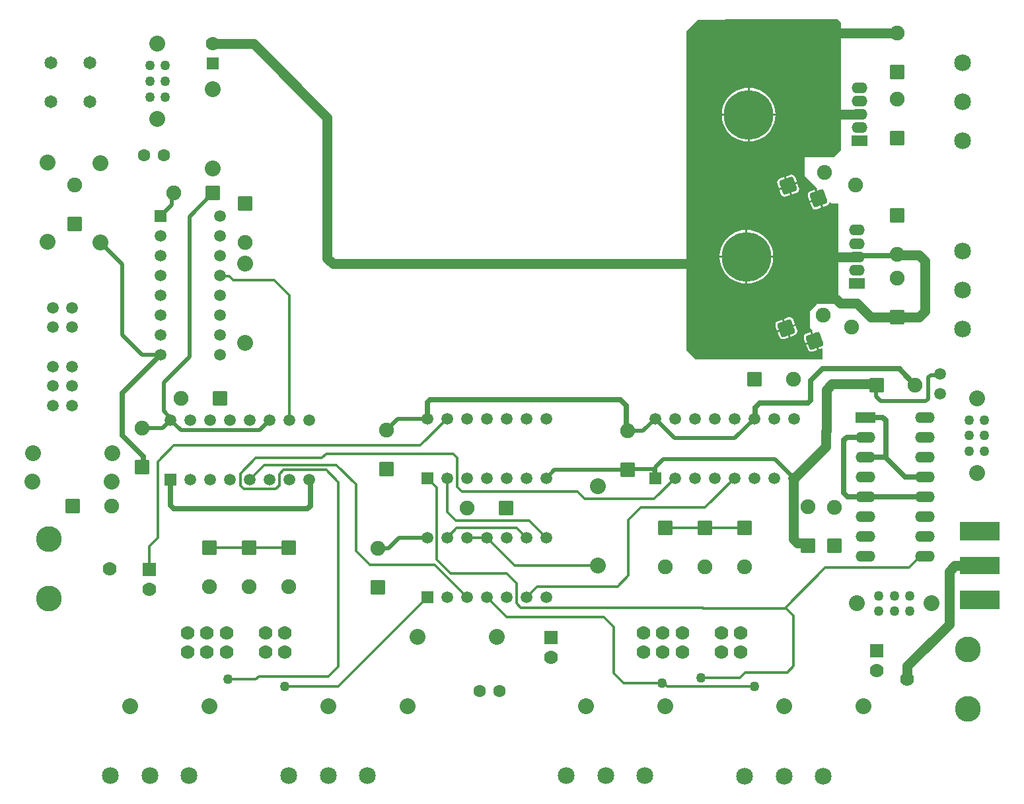
<source format=gtl>
G04*
G04 #@! TF.GenerationSoftware,Altium Limited,Altium Designer,20.1.11 (218)*
G04*
G04 Layer_Physical_Order=1*
G04 Layer_Color=255*
%FSLAX23Y23*%
%MOIN*%
G70*
G04*
G04 #@! TF.SameCoordinates,F8B90733-5A71-46B0-BA36-7A68656922B7*
G04*
G04*
G04 #@! TF.FilePolarity,Positive*
G04*
G01*
G75*
%ADD19R,0.200X0.095*%
%ADD20R,0.200X0.090*%
%ADD45C,0.020*%
%ADD46C,0.050*%
%ADD47C,0.025*%
%ADD48C,0.012*%
G04:AMPARAMS|DCode=49|XSize=75mil|YSize=75mil|CornerRadius=9mil|HoleSize=0mil|Usage=FLASHONLY|Rotation=270.000|XOffset=0mil|YOffset=0mil|HoleType=Round|Shape=RoundedRectangle|*
%AMROUNDEDRECTD49*
21,1,0.075,0.056,0,0,270.0*
21,1,0.056,0.075,0,0,270.0*
1,1,0.019,-0.028,-0.028*
1,1,0.019,-0.028,0.028*
1,1,0.019,0.028,0.028*
1,1,0.019,0.028,-0.028*
%
%ADD49ROUNDEDRECTD49*%
%ADD50C,0.075*%
G04:AMPARAMS|DCode=51|XSize=75mil|YSize=75mil|CornerRadius=9mil|HoleSize=0mil|Usage=FLASHONLY|Rotation=180.000|XOffset=0mil|YOffset=0mil|HoleType=Round|Shape=RoundedRectangle|*
%AMROUNDEDRECTD51*
21,1,0.075,0.056,0,0,180.0*
21,1,0.056,0.075,0,0,180.0*
1,1,0.019,-0.028,0.028*
1,1,0.019,0.028,0.028*
1,1,0.019,0.028,-0.028*
1,1,0.019,-0.028,-0.028*
%
%ADD51ROUNDEDRECTD51*%
%ADD52C,0.080*%
%ADD53C,0.059*%
%ADD54R,0.059X0.059*%
%ADD55R,0.100X0.055*%
%ADD56O,0.100X0.055*%
%ADD57C,0.130*%
%ADD58C,0.070*%
%ADD59C,0.050*%
%ADD60R,0.079X0.055*%
%ADD61O,0.079X0.055*%
%ADD62C,0.250*%
%ADD63C,0.085*%
%ADD64C,0.063*%
%ADD65R,0.063X0.063*%
G04:AMPARAMS|DCode=66|XSize=75mil|YSize=75mil|CornerRadius=9mil|HoleSize=0mil|Usage=FLASHONLY|Rotation=20.000|XOffset=0mil|YOffset=0mil|HoleType=Round|Shape=RoundedRectangle|*
%AMROUNDEDRECTD66*
21,1,0.075,0.056,0,0,20.0*
21,1,0.056,0.075,0,0,20.0*
1,1,0.019,0.036,-0.017*
1,1,0.019,-0.017,-0.036*
1,1,0.019,-0.036,0.017*
1,1,0.019,0.017,0.036*
%
%ADD66ROUNDEDRECTD66*%
%ADD67R,0.070X0.070*%
%ADD68R,0.059X0.059*%
%ADD69C,0.065*%
G36*
X4888Y4949D02*
X4888Y4304D01*
X4853Y4269D01*
X4704Y4269D01*
X4704Y4176D01*
X4767Y4113D01*
X4765Y4109D01*
X4764Y4108D01*
X4780Y4063D01*
X4797Y4018D01*
X4818Y4026D01*
X4825Y4030D01*
X4829Y4036D01*
X4831Y4042D01*
X4836Y4044D01*
X4843Y4037D01*
X4875Y4037D01*
X4875Y3543D01*
X4860Y3528D01*
X4764Y3528D01*
X4764Y3526D01*
X4730Y3492D01*
X4730Y3408D01*
X4744Y3394D01*
X4743Y3392D01*
X4760Y3345D01*
X4777Y3300D01*
X4792Y3306D01*
X4796Y3303D01*
X4796Y3250D01*
X4153Y3250D01*
X4107Y3296D01*
X4107Y4905D01*
X4165Y4963D01*
X4300Y4961D01*
X4305Y4966D01*
X4871Y4966D01*
X4888Y4949D01*
X4888Y4949D02*
G37*
%LPC*%
G36*
X4427Y4619D02*
X4427Y4489D01*
X4557Y4489D01*
X4556Y4505D01*
X4551Y4526D01*
X4543Y4545D01*
X4532Y4564D01*
X4518Y4580D01*
X4502Y4594D01*
X4483Y4605D01*
X4464Y4613D01*
X4443Y4618D01*
X4427Y4619D01*
X4427Y4619D02*
G37*
G36*
X4417Y4619D02*
X4401Y4618D01*
X4380Y4613D01*
X4361Y4605D01*
X4342Y4594D01*
X4326Y4580D01*
X4312Y4564D01*
X4301Y4545D01*
X4293Y4526D01*
X4288Y4505D01*
X4287Y4489D01*
X4417Y4489D01*
X4417Y4619D01*
X4417Y4619D02*
G37*
G36*
X4557Y4479D02*
X4427Y4479D01*
X4427Y4349D01*
X4443Y4350D01*
X4464Y4355D01*
X4483Y4363D01*
X4502Y4374D01*
X4518Y4388D01*
X4532Y4404D01*
X4543Y4423D01*
X4551Y4442D01*
X4556Y4463D01*
X4557Y4479D01*
X4557Y4479D02*
G37*
G36*
X4417Y4479D02*
X4287Y4479D01*
X4288Y4463D01*
X4293Y4442D01*
X4301Y4423D01*
X4312Y4404D01*
X4326Y4388D01*
X4342Y4374D01*
X4361Y4363D01*
X4380Y4355D01*
X4401Y4350D01*
X4417Y4349D01*
X4417Y4479D01*
X4417Y4479D02*
G37*
G36*
X4639Y4181D02*
X4632Y4180D01*
X4610Y4172D01*
X4624Y4132D01*
X4665Y4146D01*
X4657Y4168D01*
X4653Y4175D01*
X4647Y4179D01*
X4639Y4181D01*
X4639Y4181D02*
G37*
G36*
X4600Y4169D02*
X4579Y4161D01*
X4572Y4157D01*
X4568Y4150D01*
X4566Y4143D01*
X4567Y4135D01*
X4575Y4114D01*
X4615Y4128D01*
X4600Y4169D01*
X4600Y4169D02*
G37*
G36*
X4668Y4137D02*
X4628Y4122D01*
X4643Y4082D01*
X4664Y4090D01*
X4671Y4094D01*
X4675Y4100D01*
X4677Y4108D01*
X4676Y4115D01*
X4668Y4137D01*
X4668Y4137D02*
G37*
G36*
X4619Y4119D02*
X4578Y4104D01*
X4586Y4083D01*
X4590Y4076D01*
X4596Y4071D01*
X4604Y4070D01*
X4611Y4071D01*
X4633Y4079D01*
X4619Y4119D01*
X4619Y4119D02*
G37*
G36*
X4754Y4105D02*
X4733Y4097D01*
X4726Y4093D01*
X4722Y4086D01*
X4720Y4079D01*
X4721Y4071D01*
X4729Y4050D01*
X4769Y4064D01*
X4754Y4105D01*
X4754Y4105D02*
G37*
G36*
X4773Y4055D02*
X4732Y4040D01*
X4740Y4019D01*
X4744Y4012D01*
X4750Y4007D01*
X4758Y4006D01*
X4765Y4007D01*
X4787Y4015D01*
X4773Y4055D01*
X4773Y4055D02*
G37*
G36*
X4416Y3902D02*
X4416Y3772D01*
X4546Y3772D01*
X4545Y3788D01*
X4540Y3809D01*
X4532Y3828D01*
X4521Y3847D01*
X4507Y3863D01*
X4491Y3877D01*
X4472Y3888D01*
X4453Y3896D01*
X4432Y3901D01*
X4416Y3902D01*
X4416Y3902D02*
G37*
G36*
X4406Y3902D02*
X4390Y3901D01*
X4369Y3896D01*
X4350Y3888D01*
X4331Y3877D01*
X4315Y3863D01*
X4301Y3847D01*
X4290Y3828D01*
X4282Y3809D01*
X4277Y3788D01*
X4276Y3772D01*
X4406Y3772D01*
X4406Y3902D01*
X4406Y3902D02*
G37*
G36*
X4546Y3762D02*
X4416Y3762D01*
X4416Y3632D01*
X4432Y3633D01*
X4453Y3638D01*
X4472Y3646D01*
X4491Y3657D01*
X4507Y3671D01*
X4521Y3687D01*
X4532Y3706D01*
X4540Y3725D01*
X4545Y3746D01*
X4546Y3762D01*
X4546Y3762D02*
G37*
G36*
X4406Y3762D02*
X4276Y3762D01*
X4277Y3746D01*
X4282Y3725D01*
X4290Y3706D01*
X4301Y3687D01*
X4315Y3671D01*
X4331Y3657D01*
X4350Y3646D01*
X4369Y3638D01*
X4390Y3633D01*
X4406Y3632D01*
X4406Y3762D01*
X4406Y3762D02*
G37*
G36*
X4630Y3462D02*
X4623Y3461D01*
X4601Y3453D01*
X4615Y3413D01*
X4656Y3427D01*
X4648Y3449D01*
X4644Y3456D01*
X4638Y3460D01*
X4630Y3462D01*
X4630Y3462D02*
G37*
G36*
X4591Y3450D02*
X4570Y3442D01*
X4563Y3438D01*
X4559Y3431D01*
X4557Y3424D01*
X4558Y3416D01*
X4566Y3395D01*
X4606Y3409D01*
X4591Y3450D01*
X4591Y3450D02*
G37*
G36*
X4659Y3418D02*
X4619Y3403D01*
X4634Y3363D01*
X4655Y3371D01*
X4662Y3375D01*
X4666Y3381D01*
X4668Y3389D01*
X4667Y3396D01*
X4659Y3418D01*
X4659Y3418D02*
G37*
G36*
X4610Y3400D02*
X4569Y3385D01*
X4577Y3364D01*
X4581Y3357D01*
X4587Y3352D01*
X4595Y3351D01*
X4602Y3352D01*
X4624Y3360D01*
X4610Y3400D01*
X4610Y3400D02*
G37*
G36*
X4734Y3387D02*
X4713Y3379D01*
X4706Y3375D01*
X4702Y3368D01*
X4700Y3361D01*
X4701Y3353D01*
X4709Y3332D01*
X4749Y3346D01*
X4734Y3387D01*
X4734Y3387D02*
G37*
G36*
X4753Y3337D02*
X4712Y3322D01*
X4720Y3301D01*
X4724Y3294D01*
X4730Y3289D01*
X4738Y3288D01*
X4745Y3289D01*
X4767Y3297D01*
X4753Y3337D01*
X4753Y3337D02*
G37*
%LPD*%
D19*
X5589Y2382D02*
D03*
X5589Y2036D02*
D03*
D20*
X5589Y2209D02*
D03*
D45*
X1454Y3971D02*
X1511Y4028D01*
X1511Y4068D01*
X1523Y4080D01*
X1713Y4083D02*
X1721Y4083D01*
X2555Y2296D02*
X2604Y2296D01*
X2658Y2350D02*
X2800Y2350D01*
X2604Y2296D02*
X2658Y2350D01*
X5174Y3773D02*
X5176Y3775D01*
X5165Y3773D02*
X5174Y3773D01*
X1443Y3271D02*
X1448Y3266D01*
X1448Y3266D02*
X1453Y3261D01*
X1448Y3266D02*
X1448Y3266D01*
X1363Y3271D02*
X1443Y3271D01*
X1260Y3374D02*
X1363Y3271D01*
X1150Y3840D02*
X1260Y3730D01*
X1260Y3374D02*
X1260Y3730D01*
X1600Y3970D02*
X1713Y4083D01*
X1600Y3263D02*
X1600Y3970D01*
X1471Y3134D02*
X1600Y3263D01*
X1471Y2989D02*
X1471Y3134D01*
X1506Y2943D02*
X1506Y2954D01*
X1471Y2989D02*
X1506Y2954D01*
X4975Y3773D02*
X5165Y3773D01*
X5176Y3775D02*
X5180Y3779D01*
X4969Y3767D02*
X4975Y3773D01*
X5065Y3061D02*
X5088Y3038D01*
X5065Y3061D02*
X5065Y3119D01*
X5328Y3050D02*
X5328Y3158D01*
X5316Y3038D02*
X5328Y3050D01*
X5088Y3038D02*
X5316Y3038D01*
X5340Y3170D02*
X5381Y3170D01*
X5328Y3158D02*
X5340Y3170D01*
X5381Y3170D02*
X5388Y3177D01*
X5298Y2956D02*
X5301Y2954D01*
X5298Y2956D02*
X5312Y2956D01*
X5301Y2954D02*
X5310Y2954D01*
X3814Y2696D02*
X3938Y2696D01*
X3950Y2650D02*
X3950Y2684D01*
X3938Y2696D02*
X3950Y2684D01*
X3950Y2705D01*
X3810Y2692D02*
X3814Y2696D01*
X3990Y2745D02*
X4555Y2745D01*
X3950Y2705D02*
X3990Y2745D01*
X4555Y2745D02*
X4650Y2650D01*
X3442Y2692D02*
X3810Y2692D01*
X3400Y2650D02*
X3442Y2692D01*
X4353Y2853D02*
X4450Y2950D01*
X4047Y2853D02*
X4353Y2853D01*
X3950Y2950D02*
X4047Y2853D01*
X3888Y2888D02*
X3950Y2950D01*
X3810Y2888D02*
X3888Y2888D01*
X1361Y2901D02*
X1464Y2901D01*
X1506Y2943D01*
X2652Y2950D02*
X2800Y2950D01*
X2595Y2893D02*
X2652Y2950D01*
X1506Y2943D02*
X1558Y2891D01*
X1954Y2891D01*
X2006Y2943D01*
D46*
X2296Y3760D02*
X2325Y3731D01*
X1924Y4841D02*
X2296Y4469D01*
X2296Y3760D02*
X2296Y4469D01*
X2325Y3731D02*
X4194Y3731D01*
X5168Y3775D02*
X5176Y3775D01*
X5167Y3776D02*
X5168Y3775D01*
X5168Y3775D01*
X1719Y4841D02*
X1924Y4841D01*
X4194Y3731D02*
X4223Y3702D01*
X4885Y3531D02*
X4968Y3531D01*
X4864Y3552D02*
X4885Y3531D01*
X5037Y3462D02*
X5170Y3462D01*
X4968Y3531D02*
X5037Y3462D01*
X4809Y4896D02*
X5172Y4896D01*
X4794Y4881D02*
X4809Y4896D01*
X4692Y3767D02*
X4969Y3767D01*
X4688Y3763D02*
X4692Y3767D01*
X4666Y4485D02*
X4980Y4485D01*
X4645Y4506D02*
X4666Y4485D01*
X5176Y3775D02*
X5282Y3775D01*
X5311Y3493D02*
X5311Y3746D01*
X5282Y3775D02*
X5311Y3746D01*
X5170Y3462D02*
X5280Y3462D01*
X5311Y3493D01*
X4814Y2889D02*
X4814Y3097D01*
X4843Y3126D02*
X5060Y3126D01*
X4814Y3097D02*
X4843Y3126D01*
X4810Y2885D02*
X4814Y2889D01*
X4650Y2650D02*
X4810Y2810D01*
X4810Y2885D01*
X4648Y2341D02*
X4648Y2648D01*
X4712Y2321D02*
X4721Y2312D01*
X4669Y2321D02*
X4712Y2321D01*
X4648Y2341D02*
X4669Y2321D01*
X4648Y2648D02*
X4650Y2650D01*
X5221Y1637D02*
X5221Y1701D01*
X5434Y1914D02*
X5434Y2180D01*
X5221Y1701D02*
X5434Y1914D01*
X5463Y2209D02*
X5589Y2209D01*
X5434Y2180D02*
X5463Y2209D01*
D47*
X1448Y3266D02*
X1454Y3271D01*
X1262Y3079D02*
X1448Y3266D01*
X3806Y2902D02*
X3813Y2895D01*
X3806Y2902D02*
X3806Y3015D01*
X2800Y2950D02*
X2800Y3031D01*
X2815Y3046D01*
X3775Y3046D01*
X3806Y3015D01*
X2211Y2641D02*
X2212Y2642D01*
X2211Y2510D02*
X2211Y2641D01*
X2196Y2495D02*
X2211Y2510D01*
X1506Y2512D02*
X1523Y2495D01*
X2196Y2495D01*
X1506Y2512D02*
X1506Y2643D01*
X1365Y2707D02*
X1369Y2711D01*
X1369Y2758D01*
X1262Y2865D02*
X1369Y2758D01*
X1262Y2865D02*
X1262Y3079D01*
X5168Y3775D02*
X5171Y3779D01*
X5165Y3773D02*
X5168Y3775D01*
X5165Y3773D02*
X5165Y3773D01*
X4988Y3773D02*
X5165Y3773D01*
X4981Y3766D02*
X4988Y3773D01*
X4454Y2951D02*
X4456Y2953D01*
X4456Y3007D01*
X4735Y3044D02*
X4735Y3143D01*
X4720Y3029D02*
X4735Y3044D01*
X4478Y3029D02*
X4720Y3029D01*
X4456Y3007D02*
X4478Y3029D01*
X5184Y3199D02*
X5184Y3203D01*
X4795Y3203D02*
X5184Y3203D01*
X4735Y3143D02*
X4795Y3203D01*
X5184Y3199D02*
X5263Y3120D01*
X5302Y2656D02*
X5308Y2662D01*
X5012Y2556D02*
X5312Y2556D01*
X4921Y2556D02*
X5012Y2556D01*
X4902Y2575D02*
X4902Y2841D01*
X4917Y2856D02*
X4994Y2856D01*
X4902Y2841D02*
X4917Y2856D01*
X4902Y2575D02*
X4921Y2556D01*
X5012Y2956D02*
X5099Y2956D01*
X5114Y2941D01*
X5114Y2759D02*
X5114Y2941D01*
X5535Y2786D02*
X5536Y2788D01*
X5536Y2788D01*
X5213Y2656D02*
X5302Y2656D01*
X5113Y2756D02*
X5213Y2656D01*
X5012Y2756D02*
X5113Y2756D01*
X5056Y1787D02*
X5074Y1787D01*
D48*
X2510Y2211D02*
X2839Y2211D01*
X2440Y2281D02*
X2510Y2211D01*
X2839Y2211D02*
X3000Y2050D01*
X2106Y2965D02*
X2118Y2953D01*
X2126Y2953D01*
X2106Y2965D02*
X2106Y3571D01*
X2029Y3648D02*
X2106Y3571D01*
X1823Y3648D02*
X2029Y3648D01*
X1754Y3671D02*
X1755Y3670D01*
X1801Y3670D01*
X1823Y3648D01*
X1441Y2349D02*
X1441Y2733D01*
X1397Y2305D02*
X1441Y2349D01*
X1523Y2815D02*
X2765Y2815D01*
X1441Y2733D02*
X1523Y2815D01*
X2290Y2774D02*
X2930Y2774D01*
X2952Y2666D02*
X2952Y2752D01*
X2269Y2752D02*
X2290Y2774D01*
X1936Y2752D02*
X2269Y2752D01*
X1858Y2674D02*
X1936Y2752D01*
X2930Y2774D02*
X2952Y2752D01*
X2765Y2815D02*
X2900Y2950D01*
X1858Y2613D02*
X1876Y2595D01*
X2036Y2595D01*
X2054Y2613D01*
X2100Y2298D02*
X2119Y2298D01*
X1900Y2298D02*
X2100Y2298D01*
X1700Y2298D02*
X1900Y2298D01*
X2119Y2298D02*
X2121Y2300D01*
X1389Y2191D02*
X1397Y2199D01*
X1397Y2303D01*
X3559Y2583D02*
X3596Y2546D01*
X3946Y2546D02*
X4050Y2650D01*
X3596Y2546D02*
X3946Y2546D01*
X2952Y2605D02*
X2952Y2666D01*
X2952Y2605D02*
X2974Y2583D01*
X3559Y2583D01*
X2343Y2715D02*
X2440Y2618D01*
X1978Y2715D02*
X2343Y2715D01*
X2440Y2281D02*
X2440Y2618D01*
X2351Y1698D02*
X2351Y2630D01*
X2290Y2691D02*
X2351Y2630D01*
X2076Y2691D02*
X2290Y2691D01*
X1906Y2643D02*
X1978Y2715D01*
X1210Y2206D02*
X1212Y2206D01*
X4648Y1701D02*
X4648Y1956D01*
X4609Y1995D02*
X4648Y1956D01*
X4617Y1670D02*
X4648Y1701D01*
X4405Y1670D02*
X4617Y1670D01*
X4183Y1642D02*
X4377Y1642D01*
X4405Y1670D01*
X4011Y1599D02*
X4451Y1599D01*
X3994Y1616D02*
X4011Y1599D01*
X3790Y1616D02*
X3994Y1616D01*
X3740Y1666D02*
X3740Y1900D01*
X3740Y1666D02*
X3790Y1616D01*
X1806Y1637D02*
X1808Y1635D01*
X1936Y1635D01*
X1950Y1649D01*
X2301Y1648D02*
X2351Y1698D01*
X2291Y1648D02*
X2301Y1648D01*
X2290Y1649D02*
X2291Y1648D01*
X1950Y1649D02*
X2290Y1649D01*
X2080Y1600D02*
X2350Y1600D01*
X2800Y2050D01*
X4190Y1994D02*
X4190Y1997D01*
X5281Y2248D02*
X5298Y2248D01*
X5232Y2199D02*
X5281Y2248D01*
X4809Y2199D02*
X5232Y2199D01*
X4190Y1994D02*
X4604Y1994D01*
X4809Y2199D01*
X1197Y2219D02*
X1210Y2206D01*
X5311Y2256D02*
X5312Y2256D01*
X3273Y1997D02*
X4190Y1997D01*
X3690Y1950D02*
X3740Y1900D01*
X3200Y1950D02*
X3690Y1950D01*
X3250Y2020D02*
X3273Y1997D01*
X3100Y2050D02*
X3200Y1950D01*
X1858Y2613D02*
X1858Y2674D01*
X2054Y2613D02*
X2054Y2668D01*
X2076Y2691D01*
X4202Y2502D02*
X4350Y2650D01*
X3878Y2502D02*
X4202Y2502D01*
X3816Y2440D02*
X3878Y2502D01*
X3816Y2160D02*
X3816Y2440D01*
X3760Y2104D02*
X3816Y2160D01*
X3354Y2104D02*
X3760Y2104D01*
X3300Y2050D02*
X3354Y2104D01*
X2800Y2650D02*
X2848Y2602D01*
X2848Y2240D02*
X2848Y2602D01*
X2848Y2240D02*
X2919Y2169D01*
X3201Y2169D01*
X3250Y2120D01*
X3250Y2020D02*
X3250Y2120D01*
X3240Y2210D02*
X3660Y2210D01*
X3100Y2350D02*
X3240Y2210D01*
X2900Y2480D02*
X2900Y2650D01*
X2900Y2480D02*
X2944Y2436D01*
X3314Y2436D01*
X3400Y2350D01*
X4200Y2398D02*
X4400Y2398D01*
X3000Y2350D02*
X3100Y2350D01*
X4000Y2398D02*
X4200Y2398D01*
X3252Y2398D02*
X3300Y2350D01*
X2948Y2398D02*
X3252Y2398D01*
X2900Y2350D02*
X2948Y2398D01*
D49*
X1880Y4036D02*
D03*
X4723Y2309D02*
D03*
X4854Y2308D02*
D03*
X5172Y4700D02*
D03*
X5171Y3975D02*
D03*
X1361Y2705D02*
D03*
X5170Y4367D02*
D03*
X5170Y3462D02*
D03*
X3810Y2692D02*
D03*
X2595Y2697D02*
D03*
X2550Y2099D02*
D03*
X1021Y3932D02*
D03*
X1700Y2298D02*
D03*
X1900Y2298D02*
D03*
X2100Y2298D02*
D03*
X4000Y2398D02*
D03*
X4200Y2398D02*
D03*
X4400Y2398D02*
D03*
D50*
X1880Y3839D02*
D03*
X1521Y4089D02*
D03*
X1207Y2508D02*
D03*
X4723Y2505D02*
D03*
X4854Y2504D02*
D03*
X5172Y4896D02*
D03*
X5171Y3779D02*
D03*
X1361Y2901D02*
D03*
X4797Y3474D02*
D03*
X4940Y3411D02*
D03*
X5170Y4563D02*
D03*
X4960Y4129D02*
D03*
X4806Y4193D02*
D03*
X5170Y3658D02*
D03*
X5263Y3120D02*
D03*
X3810Y2888D02*
D03*
X2595Y2893D02*
D03*
X2550Y2295D02*
D03*
X1021Y4128D02*
D03*
X3002Y2500D02*
D03*
X1558Y3051D02*
D03*
X1700Y2102D02*
D03*
X1900Y2102D02*
D03*
X2100Y2102D02*
D03*
X4648Y3150D02*
D03*
X4000Y2202D02*
D03*
X4200Y2202D02*
D03*
X4400Y2202D02*
D03*
D51*
X1718Y4089D02*
D03*
X1010Y2508D02*
D03*
X5067Y3120D02*
D03*
X3198Y2500D02*
D03*
X1754Y3051D02*
D03*
X4452Y3150D02*
D03*
D52*
X1880Y3333D02*
D03*
X1880Y3733D02*
D03*
X811Y2775D02*
D03*
X1211Y2775D02*
D03*
X1208Y2632D02*
D03*
X808Y2632D02*
D03*
X5346Y2018D02*
D03*
X4968Y2018D02*
D03*
X5574Y2676D02*
D03*
X5574Y3054D02*
D03*
X1439Y4463D02*
D03*
X1439Y4841D02*
D03*
X1719Y4213D02*
D03*
X1719Y4613D02*
D03*
X1150Y3840D02*
D03*
X1150Y4240D02*
D03*
X884Y4241D02*
D03*
X884Y3841D02*
D03*
X3660Y2210D02*
D03*
X3660Y2610D02*
D03*
X3150Y1850D02*
D03*
X2750Y1850D02*
D03*
X2300Y1500D02*
D03*
X2700Y1500D02*
D03*
X1700Y1500D02*
D03*
X1300Y1500D02*
D03*
X3600Y1500D02*
D03*
X4000Y1500D02*
D03*
X4600Y1500D02*
D03*
X5000Y1500D02*
D03*
D53*
X1754Y3271D02*
D03*
X1754Y3371D02*
D03*
X1754Y3471D02*
D03*
X1754Y3571D02*
D03*
X1754Y3671D02*
D03*
X1754Y3771D02*
D03*
X1754Y3871D02*
D03*
X1754Y3971D02*
D03*
X1454Y3271D02*
D03*
X1454Y3371D02*
D03*
X1454Y3471D02*
D03*
X1454Y3571D02*
D03*
X1454Y3671D02*
D03*
X1454Y3771D02*
D03*
X1454Y3871D02*
D03*
X910Y3017D02*
D03*
X910Y3115D02*
D03*
X910Y3214D02*
D03*
X910Y3411D02*
D03*
X910Y3509D02*
D03*
X1008Y3017D02*
D03*
X1008Y3115D02*
D03*
X1008Y3214D02*
D03*
X1008Y3411D02*
D03*
X1008Y3509D02*
D03*
X5388Y3177D02*
D03*
X5388Y3077D02*
D03*
X4050Y2650D02*
D03*
X4150Y2650D02*
D03*
X4250Y2650D02*
D03*
X4350Y2650D02*
D03*
X4450Y2650D02*
D03*
X4550Y2650D02*
D03*
X4650Y2650D02*
D03*
X3950Y2950D02*
D03*
X4050Y2950D02*
D03*
X4150Y2950D02*
D03*
X4250Y2950D02*
D03*
X4350Y2950D02*
D03*
X4450Y2950D02*
D03*
X4550Y2950D02*
D03*
X4650Y2950D02*
D03*
X3400Y2950D02*
D03*
X3300Y2950D02*
D03*
X3200Y2950D02*
D03*
X3100Y2950D02*
D03*
X3000Y2950D02*
D03*
X2900Y2950D02*
D03*
X2800Y2950D02*
D03*
X3400Y2650D02*
D03*
X3300Y2650D02*
D03*
X3200Y2650D02*
D03*
X3100Y2650D02*
D03*
X3000Y2650D02*
D03*
X2900Y2650D02*
D03*
X1606Y2643D02*
D03*
X1706Y2643D02*
D03*
X1806Y2643D02*
D03*
X1906Y2643D02*
D03*
X2006Y2643D02*
D03*
X2106Y2643D02*
D03*
X2206Y2643D02*
D03*
X1506Y2943D02*
D03*
X1606Y2943D02*
D03*
X1706Y2943D02*
D03*
X1806Y2943D02*
D03*
X1906Y2943D02*
D03*
X2006Y2943D02*
D03*
X2106Y2943D02*
D03*
X2206Y2943D02*
D03*
X3400Y2350D02*
D03*
X3300Y2350D02*
D03*
X3200Y2350D02*
D03*
X3100Y2350D02*
D03*
X3000Y2350D02*
D03*
X2900Y2350D02*
D03*
X2800Y2350D02*
D03*
X3400Y2050D02*
D03*
X3300Y2050D02*
D03*
X3200Y2050D02*
D03*
X3100Y2050D02*
D03*
X3000Y2050D02*
D03*
X2900Y2050D02*
D03*
D54*
X1454Y3971D02*
D03*
D55*
X5012Y2956D02*
D03*
D56*
X5012Y2856D02*
D03*
X5012Y2756D02*
D03*
X5012Y2656D02*
D03*
X5012Y2556D02*
D03*
X5012Y2456D02*
D03*
X5012Y2356D02*
D03*
X5012Y2256D02*
D03*
X5312Y2956D02*
D03*
X5312Y2856D02*
D03*
X5312Y2756D02*
D03*
X5312Y2656D02*
D03*
X5312Y2556D02*
D03*
X5312Y2456D02*
D03*
X5312Y2356D02*
D03*
X5312Y2256D02*
D03*
D57*
X890Y2043D02*
D03*
X890Y2342D02*
D03*
X5528Y1786D02*
D03*
X5528Y1487D02*
D03*
D58*
X1197Y2192D02*
D03*
X5221Y1637D02*
D03*
X1719Y4841D02*
D03*
X3425Y1745D02*
D03*
X5067Y1680D02*
D03*
X1397Y2088D02*
D03*
X1590Y1870D02*
D03*
X1688Y1870D02*
D03*
X1787Y1870D02*
D03*
X1984Y1870D02*
D03*
X2082Y1870D02*
D03*
X1590Y1772D02*
D03*
X1688Y1772D02*
D03*
X1787Y1772D02*
D03*
X1984Y1772D02*
D03*
X2082Y1772D02*
D03*
X3890Y1870D02*
D03*
X3988Y1870D02*
D03*
X4087Y1870D02*
D03*
X4284Y1870D02*
D03*
X4382Y1870D02*
D03*
X3890Y1772D02*
D03*
X3988Y1772D02*
D03*
X4087Y1772D02*
D03*
X4284Y1772D02*
D03*
X4382Y1772D02*
D03*
D59*
X5236Y1979D02*
D03*
X5157Y1979D02*
D03*
X5078Y1979D02*
D03*
X5236Y2057D02*
D03*
X5157Y2057D02*
D03*
X5078Y2057D02*
D03*
X5535Y2786D02*
D03*
X5535Y2865D02*
D03*
X5535Y2944D02*
D03*
X5613Y2786D02*
D03*
X5613Y2865D02*
D03*
X5613Y2944D02*
D03*
X1400Y4573D02*
D03*
X1400Y4652D02*
D03*
X1400Y4731D02*
D03*
X1478Y4573D02*
D03*
X1478Y4652D02*
D03*
X1478Y4731D02*
D03*
X4451Y1599D02*
D03*
X4183Y1642D02*
D03*
X3985Y1616D02*
D03*
X1795Y1635D02*
D03*
X2080Y1600D02*
D03*
D60*
X4969Y3633D02*
D03*
X4980Y4351D02*
D03*
D61*
X4969Y3700D02*
D03*
X4969Y3767D02*
D03*
X4969Y3834D02*
D03*
X4969Y3901D02*
D03*
X4980Y4619D02*
D03*
X4980Y4552D02*
D03*
X4980Y4485D02*
D03*
X4980Y4418D02*
D03*
D62*
X4411Y3767D02*
D03*
X4422Y4484D02*
D03*
D63*
X4403Y1145D02*
D03*
X4600Y1145D02*
D03*
X4797Y1145D02*
D03*
X5500Y4747D02*
D03*
X5500Y4550D02*
D03*
X5500Y4353D02*
D03*
X5500Y3797D02*
D03*
X5500Y3600D02*
D03*
X5500Y3403D02*
D03*
X2497Y1150D02*
D03*
X2300Y1150D02*
D03*
X2103Y1150D02*
D03*
X1597Y1150D02*
D03*
X1400Y1150D02*
D03*
X1203Y1150D02*
D03*
X3897Y1150D02*
D03*
X3700Y1150D02*
D03*
X3503Y1150D02*
D03*
D64*
X1472Y4278D02*
D03*
X1372Y4278D02*
D03*
X3165Y1575D02*
D03*
X3065Y1575D02*
D03*
D65*
X1719Y4741D02*
D03*
D66*
X4613Y3406D02*
D03*
X4756Y3343D02*
D03*
X4776Y4061D02*
D03*
X4622Y4125D02*
D03*
D67*
X3425Y1845D02*
D03*
X5067Y1780D02*
D03*
X1397Y2188D02*
D03*
D68*
X3950Y2650D02*
D03*
X2800Y2650D02*
D03*
X1506Y2643D02*
D03*
X2800Y2050D02*
D03*
D69*
X900Y4746D02*
D03*
X1097Y4746D02*
D03*
X1097Y4549D02*
D03*
X900Y4549D02*
D03*
M02*

</source>
